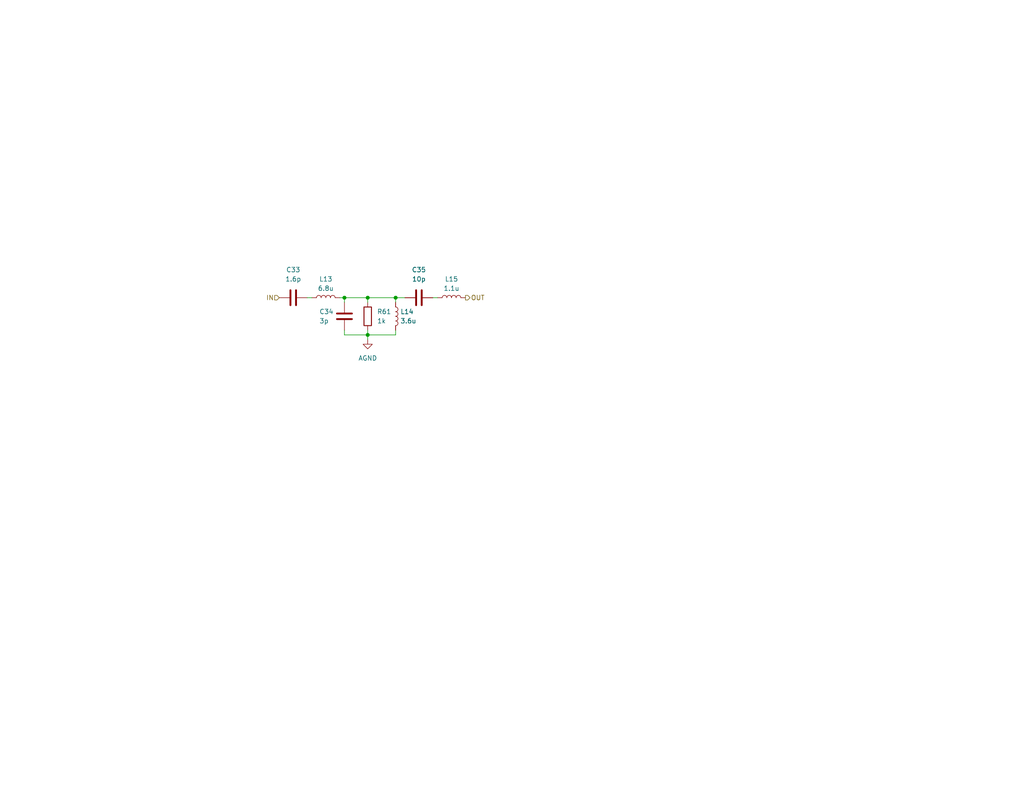
<source format=kicad_sch>
(kicad_sch (version 20231120) (generator "eeschema") (generator_version "8.0")
  (paper "A")
  (lib_symbols
    (symbol "Device:C" (pin_numbers hide) (pin_names (offset 0.254))
      (property "Reference" "C" (at 0.635 2.54 0))
      (property "Value" "C" (at 0.635 -2.54 0))
      (symbol "C_0_1"
        (polyline (pts (xy -2.032 -0.762) (xy 2.032 -0.762)) (stroke (width 0.508)))
        (polyline (pts (xy -2.032 0.762) (xy 2.032 0.762)) (stroke (width 0.508)))
      )
      (symbol "C_1_1"
        (pin passive line (at 0 3.81 270) (length 2.794) (name "~") (number "1"))
        (pin passive line (at 0 -3.81 90) (length 2.794) (name "~") (number "2"))
      )
    )
    (symbol "Device:L" (pin_numbers hide) (pin_names (offset 1.016) hide)
      (property "Reference" "L" (at -1.27 0 90))
      (property "Value" "L" (at 1.905 0 90))
      (symbol "L_0_1"
        (arc (start 0 -2.54) (mid 0.6323 -1.905) (end 0 -1.27))
        (arc (start 0 -1.27) (mid 0.6323 -0.635) (end 0 0))
        (arc (start 0 0) (mid 0.6323 0.635) (end 0 1.27))
        (arc (start 0 1.27) (mid 0.6323 1.905) (end 0 2.54))
      )
      (symbol "L_1_1"
        (pin passive line (at 0 3.81 270) (length 1.27) (name "1") (number "1"))
        (pin passive line (at 0 -3.81 90) (length 1.27) (name "2") (number "2"))
      )
    )
    (symbol "Device:R" (pin_numbers hide) (pin_names (offset 0))
      (property "Reference" "R" (at 2.032 0 90))
      (property "Value" "R" (at 0 0 90))
      (symbol "R_0_1"
        (rectangle (start -1.016 -2.54) (end 1.016 2.54) (stroke (width 0.254)))
      )
      (symbol "R_1_1"
        (pin passive line (at 0 3.81 270) (length 1.27) (name "~") (number "1"))
        (pin passive line (at 0 -3.81 90) (length 1.27) (name "~") (number "2"))
      )
    )
    (symbol "power:GND" (power) (pin_numbers hide) (pin_names (offset 0) hide)
      (property "Value" "GND" (at 0 -3.81 0))
      (symbol "GND_0_1"
        (polyline (pts (xy 0 0) (xy 0 -1.27) (xy 1.27 -1.27) (xy 0 -2.54) (xy -1.27 -1.27) (xy 0 -1.27)))
      )
      (symbol "GND_1_1"
        (pin power_in line (at 0 0 270) (length 0) (name "~") (number "1"))
      )
    )
  )
  (junction (at 100.33 91.44))
  (junction (at 100.33 81.28))
  (junction (at 107.95 81.28))
  (junction (at 93.98 81.28))
  (wire (pts (xy 93.98 91.44) (xy 93.98 90.17)))
  (wire (pts (xy 100.33 91.44) (xy 100.33 92.71)))
  (wire (pts (xy 93.98 91.44) (xy 100.33 91.44)))
  (wire (pts (xy 107.95 81.28) (xy 110.49 81.28)))
  (wire (pts (xy 93.98 81.28) (xy 100.33 81.28)))
  (wire (pts (xy 107.95 81.28) (xy 107.95 82.55)))
  (wire (pts (xy 107.95 91.44) (xy 107.95 90.17)))
  (wire (pts (xy 93.98 81.28) (xy 93.98 82.55)))
  (wire (pts (xy 100.33 90.17) (xy 100.33 91.44)))
  (wire (pts (xy 118.11 81.28) (xy 119.38 81.28)))
  (wire (pts (xy 92.71 81.28) (xy 93.98 81.28)))
  (wire (pts (xy 83.82 81.28) (xy 85.09 81.28)))
  (wire (pts (xy 100.33 91.44) (xy 107.95 91.44)))
  (wire (pts (xy 100.33 81.28) (xy 100.33 82.55)))
  (wire (pts (xy 100.33 81.28) (xy 107.95 81.28)))
  (hierarchical_label "OUT" (shape output) (at 127 81.28 0))
  (hierarchical_label "IN" (shape input) (at 76.2 81.28 180))
  (symbol (lib_id "Device:L") (at 107.95 86.36 0) (unit 1)
    (property "Reference" "L14" (at 109.22 85.0899 0) (effects (justify left)))
    (property "Value" "3.6u" (at 109.22 87.6299 0) (effects (justify left)))
    (property "Footprint" "Inductor_SMD:L_0603_1608Metric" (effects (hide yes)))
    (property "Description" "Inductor" (effects (hide yes)))
    (instances (project "COMMS_circuit" (path "" (reference "L14") (unit 1)) (path "" (reference "L6") (unit 1)) (path "" (reference "L11") (unit 1)) (path "" (reference "L8") (unit 1))))
  )
  (symbol (lib_id "Device:L") (at 123.19 81.28 90) (unit 1)
    (property "Reference" "L15" (at 123.19 76.2 90))
    (property "Value" "1.1u" (at 123.19 78.74 90))
    (property "Footprint" "Inductor_SMD:L_0603_1608Metric" (effects (hide yes)))
    (property "Description" "Inductor" (effects (hide yes)))
    (instances (project "COMMS_circuit" (path "" (reference "L15") (unit 1)) (path "" (reference "L5") (unit 1)) (path "" (reference "L12") (unit 1)) (path "" (reference "L9") (unit 1))))
  )
  (symbol (lib_id "Device:L") (at 88.9 81.28 90) (unit 1)
    (property "Reference" "L13" (at 88.9 76.2 90))
    (property "Value" "6.8u" (at 88.9 78.74 90))
    (property "Footprint" "Inductor_SMD:L_0603_1608Metric" (effects (hide yes)))
    (property "Description" "Inductor" (effects (hide yes)))
    (instances (project "COMMS_circuit" (path "" (reference "L13") (unit 1)) (path "" (reference "L4") (unit 1)) (path "" (reference "L10") (unit 1)) (path "" (reference "L7") (unit 1))))
  )
  (symbol (lib_id "Device:C") (at 114.3 81.28 90) (unit 1)
    (property "Reference" "C35" (at 114.3 73.66 90))
    (property "Value" "10p" (at 114.3 76.2 90))
    (property "Footprint" "Capacitor_SMD:C_0402_1005Metric" (effects (hide yes)))
    (property "Description" "Unpolarized capacitor" (effects (hide yes)))
    (instances (project "COMMS_circuit" (path "" (reference "C35") (unit 1)) (path "" (reference "C25") (unit 1)) (path "" (reference "C32") (unit 1)) (path "" (reference "C29") (unit 1))))
  )
  (symbol (lib_id "Device:R") (at 100.33 86.36 0) (unit 1)
    (property "Reference" "R61" (at 102.87 85.0899 0) (effects (justify left)))
    (property "Value" "1k" (at 102.87 87.6299 0) (effects (justify left)))
    (property "Footprint" "Resistor_SMD:R_0402_1005Metric" (effects (hide yes)))
    (property "Description" "Resistor" (effects (hide yes)))
    (instances (project "" (path "" (reference "R61") (unit 1)) (path "" (reference "R58") (unit 1)) (path "" (reference "R60") (unit 1)) (path "" (reference "R59") (unit 1))))
  )
  (symbol (lib_id "Device:C") (at 80.01 81.28 90) (unit 1)
    (property "Reference" "C33" (at 80.01 73.66 90))
    (property "Value" "1.6p" (at 80.01 76.2 90))
    (property "Footprint" "Capacitor_SMD:C_0402_1005Metric" (effects (hide yes)))
    (property "Description" "Unpolarized capacitor" (effects (hide yes)))
    (instances (project "COMMS_circuit" (path "" (reference "C33") (unit 1)) (path "" (reference "C11") (unit 1)) (path "" (reference "C30") (unit 1)) (path "" (reference "C27") (unit 1))))
  )
  (symbol (lib_id "Device:C") (at 93.98 86.36 180) (unit 1)
    (property "Reference" "C34" (at 87.122 85.09 0) (effects (justify right)))
    (property "Value" "3p" (at 87.122 87.63 0) (effects (justify right)))
    (property "Footprint" "Capacitor_SMD:C_0402_1005Metric" (effects (hide yes)))
    (property "Description" "Unpolarized capacitor" (effects (hide yes)))
    (instances (project "COMMS_circuit" (path "" (reference "C34") (unit 1)) (path "" (reference "C26") (unit 1)) (path "" (reference "C31") (unit 1)) (path "" (reference "C28") (unit 1))))
  )
  (symbol (lib_id "power:GND") (at 100.33 92.71 0) (unit 1)
    (property "Reference" "#PWR030" (effects (hide yes)))
    (property "Value" "AGND" (at 100.33 97.79 0))
    (property "Description" "Power symbol creates a global label with name \"GND\" , ground" (effects (hide yes)))
    (instances (project "COMMS_circuit" (path "" (reference "#PWR030") (unit 1)) (path "" (reference "#PWR018") (unit 1)) (path "" (reference "#PWR029") (unit 1)) (path "" (reference "#PWR028") (unit 1))))
  )
)
</source>
